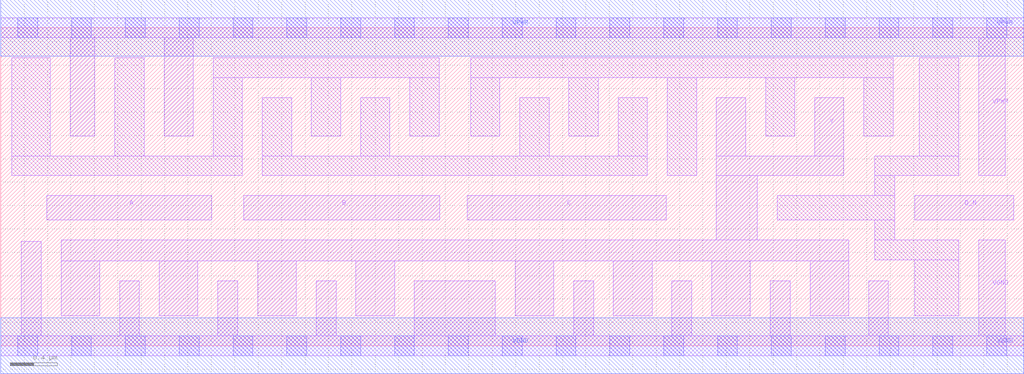
<source format=lef>
# Copyright 2020 The SkyWater PDK Authors
#
# Licensed under the Apache License, Version 2.0 (the "License");
# you may not use this file except in compliance with the License.
# You may obtain a copy of the License at
#
#     https://www.apache.org/licenses/LICENSE-2.0
#
# Unless required by applicable law or agreed to in writing, software
# distributed under the License is distributed on an "AS IS" BASIS,
# WITHOUT WARRANTIES OR CONDITIONS OF ANY KIND, either express or implied.
# See the License for the specific language governing permissions and
# limitations under the License.
#
# SPDX-License-Identifier: Apache-2.0

VERSION 5.7 ;
  NAMESCASESENSITIVE ON ;
  NOWIREEXTENSIONATPIN ON ;
  DIVIDERCHAR "/" ;
  BUSBITCHARS "[]" ;
UNITS
  DATABASE MICRONS 200 ;
END UNITS
MACRO sky130_fd_sc_hd__nor4b_4
  CLASS CORE ;
  SOURCE USER ;
  FOREIGN sky130_fd_sc_hd__nor4b_4 ;
  ORIGIN  0.000000  0.000000 ;
  SIZE  8.740000 BY  2.720000 ;
  SYMMETRY X Y R90 ;
  SITE unithd ;
  PIN A
    ANTENNAGATEAREA  0.990000 ;
    DIRECTION INPUT ;
    USE SIGNAL ;
    PORT
      LAYER li1 ;
        RECT 0.395000 1.075000 1.805000 1.285000 ;
    END
  END A
  PIN B
    ANTENNAGATEAREA  0.990000 ;
    DIRECTION INPUT ;
    USE SIGNAL ;
    PORT
      LAYER li1 ;
        RECT 2.075000 1.075000 3.750000 1.285000 ;
    END
  END B
  PIN C
    ANTENNAGATEAREA  0.990000 ;
    DIRECTION INPUT ;
    USE SIGNAL ;
    PORT
      LAYER li1 ;
        RECT 3.985000 1.075000 5.685000 1.285000 ;
    END
  END C
  PIN D_N
    ANTENNAGATEAREA  0.247500 ;
    DIRECTION INPUT ;
    USE SIGNAL ;
    PORT
      LAYER li1 ;
        RECT 7.810000 1.075000 8.655000 1.285000 ;
    END
  END D_N
  PIN Y
    ANTENNADIFFAREA  1.944000 ;
    DIRECTION OUTPUT ;
    USE SIGNAL ;
    PORT
      LAYER li1 ;
        RECT 0.515000 0.255000 0.845000 0.725000 ;
        RECT 0.515000 0.725000 7.245000 0.905000 ;
        RECT 1.355000 0.255000 1.685000 0.725000 ;
        RECT 2.195000 0.255000 2.525000 0.725000 ;
        RECT 3.035000 0.255000 3.365000 0.725000 ;
        RECT 4.395000 0.255000 4.725000 0.725000 ;
        RECT 5.235000 0.255000 5.565000 0.725000 ;
        RECT 6.075000 0.255000 6.405000 0.725000 ;
        RECT 6.115000 0.905000 6.465000 1.455000 ;
        RECT 6.115000 1.455000 7.205000 1.625000 ;
        RECT 6.115000 1.625000 6.365000 2.125000 ;
        RECT 6.915000 0.255000 7.245000 0.725000 ;
        RECT 6.955000 1.625000 7.205000 2.125000 ;
    END
  END Y
  PIN VGND
    DIRECTION INOUT ;
    SHAPE ABUTMENT ;
    USE GROUND ;
    PORT
      LAYER li1 ;
        RECT 0.000000 -0.085000 8.740000 0.085000 ;
        RECT 0.175000  0.085000 0.345000 0.895000 ;
        RECT 1.015000  0.085000 1.185000 0.555000 ;
        RECT 1.855000  0.085000 2.025000 0.555000 ;
        RECT 2.695000  0.085000 2.865000 0.555000 ;
        RECT 3.535000  0.085000 4.225000 0.555000 ;
        RECT 4.895000  0.085000 5.065000 0.555000 ;
        RECT 5.735000  0.085000 5.905000 0.555000 ;
        RECT 6.575000  0.085000 6.745000 0.555000 ;
        RECT 7.415000  0.085000 7.585000 0.555000 ;
        RECT 8.355000  0.085000 8.585000 0.905000 ;
      LAYER mcon ;
        RECT 0.145000 -0.085000 0.315000 0.085000 ;
        RECT 0.605000 -0.085000 0.775000 0.085000 ;
        RECT 1.065000 -0.085000 1.235000 0.085000 ;
        RECT 1.525000 -0.085000 1.695000 0.085000 ;
        RECT 1.985000 -0.085000 2.155000 0.085000 ;
        RECT 2.445000 -0.085000 2.615000 0.085000 ;
        RECT 2.905000 -0.085000 3.075000 0.085000 ;
        RECT 3.365000 -0.085000 3.535000 0.085000 ;
        RECT 3.825000 -0.085000 3.995000 0.085000 ;
        RECT 4.285000 -0.085000 4.455000 0.085000 ;
        RECT 4.745000 -0.085000 4.915000 0.085000 ;
        RECT 5.205000 -0.085000 5.375000 0.085000 ;
        RECT 5.665000 -0.085000 5.835000 0.085000 ;
        RECT 6.125000 -0.085000 6.295000 0.085000 ;
        RECT 6.585000 -0.085000 6.755000 0.085000 ;
        RECT 7.045000 -0.085000 7.215000 0.085000 ;
        RECT 7.505000 -0.085000 7.675000 0.085000 ;
        RECT 7.965000 -0.085000 8.135000 0.085000 ;
        RECT 8.425000 -0.085000 8.595000 0.085000 ;
      LAYER met1 ;
        RECT 0.000000 -0.240000 8.740000 0.240000 ;
    END
  END VGND
  PIN VPWR
    DIRECTION INOUT ;
    SHAPE ABUTMENT ;
    USE POWER ;
    PORT
      LAYER li1 ;
        RECT 0.000000 2.635000 8.740000 2.805000 ;
        RECT 0.595000 1.795000 0.805000 2.635000 ;
        RECT 1.395000 1.795000 1.645000 2.635000 ;
        RECT 8.355000 1.455000 8.585000 2.635000 ;
      LAYER mcon ;
        RECT 0.145000 2.635000 0.315000 2.805000 ;
        RECT 0.605000 2.635000 0.775000 2.805000 ;
        RECT 1.065000 2.635000 1.235000 2.805000 ;
        RECT 1.525000 2.635000 1.695000 2.805000 ;
        RECT 1.985000 2.635000 2.155000 2.805000 ;
        RECT 2.445000 2.635000 2.615000 2.805000 ;
        RECT 2.905000 2.635000 3.075000 2.805000 ;
        RECT 3.365000 2.635000 3.535000 2.805000 ;
        RECT 3.825000 2.635000 3.995000 2.805000 ;
        RECT 4.285000 2.635000 4.455000 2.805000 ;
        RECT 4.745000 2.635000 4.915000 2.805000 ;
        RECT 5.205000 2.635000 5.375000 2.805000 ;
        RECT 5.665000 2.635000 5.835000 2.805000 ;
        RECT 6.125000 2.635000 6.295000 2.805000 ;
        RECT 6.585000 2.635000 6.755000 2.805000 ;
        RECT 7.045000 2.635000 7.215000 2.805000 ;
        RECT 7.505000 2.635000 7.675000 2.805000 ;
        RECT 7.965000 2.635000 8.135000 2.805000 ;
        RECT 8.425000 2.635000 8.595000 2.805000 ;
      LAYER met1 ;
        RECT 0.000000 2.480000 8.740000 2.960000 ;
    END
  END VPWR
  OBS
    LAYER li1 ;
      RECT 0.095000 1.455000 2.065000 1.625000 ;
      RECT 0.095000 1.625000 0.425000 2.465000 ;
      RECT 0.975000 1.625000 1.225000 2.465000 ;
      RECT 1.815000 1.625000 2.065000 2.295000 ;
      RECT 1.815000 2.295000 3.745000 2.465000 ;
      RECT 2.235000 1.455000 5.525000 1.625000 ;
      RECT 2.235000 1.625000 2.485000 2.125000 ;
      RECT 2.655000 1.795000 2.905000 2.295000 ;
      RECT 3.075000 1.625000 3.325000 2.125000 ;
      RECT 3.495000 1.795000 3.745000 2.295000 ;
      RECT 4.015000 1.795000 4.265000 2.295000 ;
      RECT 4.015000 2.295000 7.625000 2.465000 ;
      RECT 4.435000 1.625000 4.685000 2.125000 ;
      RECT 4.855000 1.795000 5.105000 2.295000 ;
      RECT 5.275000 1.625000 5.525000 2.125000 ;
      RECT 5.695000 1.455000 5.945000 2.295000 ;
      RECT 6.535000 1.795000 6.785000 2.295000 ;
      RECT 6.635000 1.075000 7.640000 1.285000 ;
      RECT 7.375000 1.795000 7.625000 2.295000 ;
      RECT 7.470000 0.735000 8.185000 0.905000 ;
      RECT 7.470000 0.905000 7.640000 1.075000 ;
      RECT 7.470000 1.285000 7.640000 1.455000 ;
      RECT 7.470000 1.455000 8.185000 1.625000 ;
      RECT 7.810000 0.255000 8.185000 0.735000 ;
      RECT 7.850000 1.625000 8.185000 2.465000 ;
  END
END sky130_fd_sc_hd__nor4b_4

</source>
